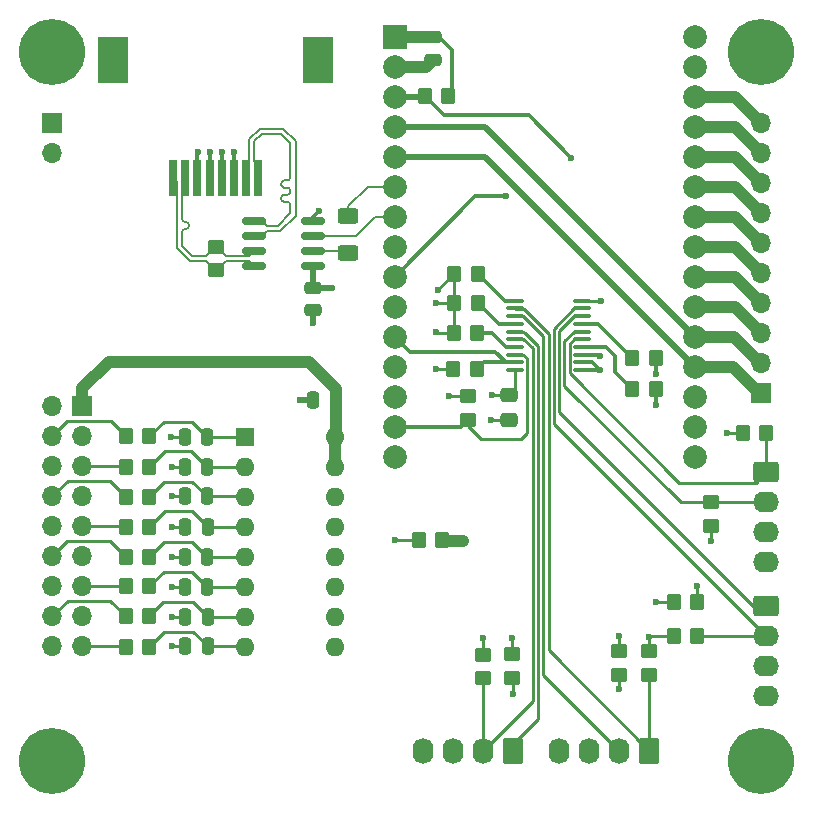
<source format=gbr>
%TF.GenerationSoftware,KiCad,Pcbnew,8.0.0-8.0.0-1~ubuntu20.04.1*%
%TF.CreationDate,2024-06-18T17:36:17-06:00*%
%TF.ProjectId,BioReactify,42696f52-6561-4637-9469-66792e6b6963,rev?*%
%TF.SameCoordinates,Original*%
%TF.FileFunction,Copper,L1,Top*%
%TF.FilePolarity,Positive*%
%FSLAX46Y46*%
G04 Gerber Fmt 4.6, Leading zero omitted, Abs format (unit mm)*
G04 Created by KiCad (PCBNEW 8.0.0-8.0.0-1~ubuntu20.04.1) date 2024-06-18 17:36:17*
%MOMM*%
%LPD*%
G01*
G04 APERTURE LIST*
G04 Aperture macros list*
%AMRoundRect*
0 Rectangle with rounded corners*
0 $1 Rounding radius*
0 $2 $3 $4 $5 $6 $7 $8 $9 X,Y pos of 4 corners*
0 Add a 4 corners polygon primitive as box body*
4,1,4,$2,$3,$4,$5,$6,$7,$8,$9,$2,$3,0*
0 Add four circle primitives for the rounded corners*
1,1,$1+$1,$2,$3*
1,1,$1+$1,$4,$5*
1,1,$1+$1,$6,$7*
1,1,$1+$1,$8,$9*
0 Add four rect primitives between the rounded corners*
20,1,$1+$1,$2,$3,$4,$5,0*
20,1,$1+$1,$4,$5,$6,$7,0*
20,1,$1+$1,$6,$7,$8,$9,0*
20,1,$1+$1,$8,$9,$2,$3,0*%
G04 Aperture macros list end*
%TA.AperFunction,SMDPad,CuDef*%
%ADD10R,0.650000X3.050000*%
%TD*%
%TA.AperFunction,SMDPad,CuDef*%
%ADD11R,2.500000X3.890000*%
%TD*%
%TA.AperFunction,SMDPad,CuDef*%
%ADD12RoundRect,0.250000X0.250000X0.475000X-0.250000X0.475000X-0.250000X-0.475000X0.250000X-0.475000X0*%
%TD*%
%TA.AperFunction,SMDPad,CuDef*%
%ADD13RoundRect,0.250000X-0.350000X-0.450000X0.350000X-0.450000X0.350000X0.450000X-0.350000X0.450000X0*%
%TD*%
%TA.AperFunction,SMDPad,CuDef*%
%ADD14RoundRect,0.250000X0.350000X0.450000X-0.350000X0.450000X-0.350000X-0.450000X0.350000X-0.450000X0*%
%TD*%
%TA.AperFunction,SMDPad,CuDef*%
%ADD15RoundRect,0.250000X0.450000X-0.350000X0.450000X0.350000X-0.450000X0.350000X-0.450000X-0.350000X0*%
%TD*%
%TA.AperFunction,SMDPad,CuDef*%
%ADD16RoundRect,0.250000X-0.450000X0.350000X-0.450000X-0.350000X0.450000X-0.350000X0.450000X0.350000X0*%
%TD*%
%TA.AperFunction,SMDPad,CuDef*%
%ADD17RoundRect,0.250000X-0.475000X0.337500X-0.475000X-0.337500X0.475000X-0.337500X0.475000X0.337500X0*%
%TD*%
%TA.AperFunction,SMDPad,CuDef*%
%ADD18RoundRect,0.250000X-0.475000X0.250000X-0.475000X-0.250000X0.475000X-0.250000X0.475000X0.250000X0*%
%TD*%
%TA.AperFunction,ComponentPad*%
%ADD19RoundRect,0.250000X-0.845000X0.620000X-0.845000X-0.620000X0.845000X-0.620000X0.845000X0.620000X0*%
%TD*%
%TA.AperFunction,ComponentPad*%
%ADD20O,2.190000X1.740000*%
%TD*%
%TA.AperFunction,ComponentPad*%
%ADD21R,2.000000X2.000000*%
%TD*%
%TA.AperFunction,ComponentPad*%
%ADD22C,2.000000*%
%TD*%
%TA.AperFunction,SMDPad,CuDef*%
%ADD23RoundRect,0.150000X0.825000X0.150000X-0.825000X0.150000X-0.825000X-0.150000X0.825000X-0.150000X0*%
%TD*%
%TA.AperFunction,ComponentPad*%
%ADD24RoundRect,0.250000X0.620000X0.845000X-0.620000X0.845000X-0.620000X-0.845000X0.620000X-0.845000X0*%
%TD*%
%TA.AperFunction,ComponentPad*%
%ADD25O,1.740000X2.190000*%
%TD*%
%TA.AperFunction,ComponentPad*%
%ADD26C,3.600000*%
%TD*%
%TA.AperFunction,ConnectorPad*%
%ADD27C,5.600000*%
%TD*%
%TA.AperFunction,SMDPad,CuDef*%
%ADD28RoundRect,0.100000X0.637500X0.100000X-0.637500X0.100000X-0.637500X-0.100000X0.637500X-0.100000X0*%
%TD*%
%TA.AperFunction,ComponentPad*%
%ADD29R,1.600000X1.600000*%
%TD*%
%TA.AperFunction,ComponentPad*%
%ADD30O,1.600000X1.600000*%
%TD*%
%TA.AperFunction,SMDPad,CuDef*%
%ADD31RoundRect,0.250000X-0.625000X0.400000X-0.625000X-0.400000X0.625000X-0.400000X0.625000X0.400000X0*%
%TD*%
%TA.AperFunction,ComponentPad*%
%ADD32R,1.700000X1.700000*%
%TD*%
%TA.AperFunction,ComponentPad*%
%ADD33O,1.700000X1.700000*%
%TD*%
%TA.AperFunction,ViaPad*%
%ADD34C,0.600000*%
%TD*%
%TA.AperFunction,Conductor*%
%ADD35C,0.250000*%
%TD*%
%TA.AperFunction,Conductor*%
%ADD36C,0.300000*%
%TD*%
%TA.AperFunction,Conductor*%
%ADD37C,0.500000*%
%TD*%
%TA.AperFunction,Conductor*%
%ADD38C,1.000000*%
%TD*%
%TA.AperFunction,Conductor*%
%ADD39C,0.160000*%
%TD*%
%TA.AperFunction,Conductor*%
%ADD40C,0.200000*%
%TD*%
G04 APERTURE END LIST*
D10*
%TO.P,IC1,1,1*%
%TO.N,/RS485/RX_P*%
X155239900Y-35690950D03*
%TO.P,IC1,2,2*%
%TO.N,/RS485/RX_N*%
X156260000Y-35690950D03*
%TO.P,IC1,3,3*%
%TO.N,GND*%
X157279800Y-35690950D03*
%TO.P,IC1,4,4*%
X158299800Y-35690950D03*
%TO.P,IC1,5,5*%
X159319900Y-35690950D03*
%TO.P,IC1,6,6*%
X160340000Y-35690950D03*
%TO.P,IC1,7,7*%
%TO.N,/RS485/TX_N*%
X161359800Y-35690950D03*
%TO.P,IC1,8,8*%
%TO.N,/RS485/TX_P*%
X162379800Y-35690950D03*
D11*
%TO.P,IC1,9*%
%TO.N,N/C*%
X167470000Y-25710950D03*
%TO.P,IC1,10*%
X150150000Y-25710950D03*
%TD*%
D12*
%TO.P,C10,1*%
%TO.N,/ADC/CH7*%
X158140000Y-75335000D03*
%TO.P,C10,2*%
%TO.N,GND*%
X156240000Y-75335000D03*
%TD*%
D13*
%TO.P,R3,1*%
%TO.N,VDD*%
X178980000Y-48760000D03*
%TO.P,R3,2*%
%TO.N,Net-(U2-~{INT})*%
X180980000Y-48760000D03*
%TD*%
%TO.P,R4,1*%
%TO.N,VDD*%
X203440000Y-57280000D03*
%TO.P,R4,2*%
%TO.N,/I2C/SD0*%
X205440000Y-57280000D03*
%TD*%
D14*
%TO.P,R26,1*%
%TO.N,VDD*%
X178000000Y-66360000D03*
%TO.P,R26,2*%
%TO.N,/CS*%
X176000000Y-66360000D03*
%TD*%
%TO.P,R6,1*%
%TO.N,VDD*%
X196110000Y-53580000D03*
%TO.P,R6,2*%
%TO.N,/I2C/INT0*%
X194110000Y-53580000D03*
%TD*%
%TO.P,R22,1*%
%TO.N,/ADC/CH4*%
X153200000Y-67725000D03*
%TO.P,R22,2*%
%TO.N,/ADC/INCH4*%
X151200000Y-67725000D03*
%TD*%
D12*
%TO.P,C8,1*%
%TO.N,/ADC/CH5*%
X158090000Y-70285000D03*
%TO.P,C8,2*%
%TO.N,GND*%
X156190000Y-70285000D03*
%TD*%
%TO.P,C7,1*%
%TO.N,/ADC/CH4*%
X158090000Y-67780000D03*
%TO.P,C7,2*%
%TO.N,GND*%
X156190000Y-67780000D03*
%TD*%
D14*
%TO.P,R25,1*%
%TO.N,/ADC/CH7*%
X153200000Y-75375000D03*
%TO.P,R25,2*%
%TO.N,/ADC/INCH7*%
X151200000Y-75375000D03*
%TD*%
D15*
%TO.P,R5,1*%
%TO.N,VDD*%
X200760000Y-65120000D03*
%TO.P,R5,2*%
%TO.N,/I2C/SC0*%
X200760000Y-63120000D03*
%TD*%
D13*
%TO.P,R15,1*%
%TO.N,VDD*%
X179010000Y-46240000D03*
%TO.P,R15,2*%
%TO.N,/I2C/INT3*%
X181010000Y-46240000D03*
%TD*%
D14*
%TO.P,R18,1*%
%TO.N,/ADC/CH0*%
X153200000Y-57525000D03*
%TO.P,R18,2*%
%TO.N,/ADC/INCH0*%
X151200000Y-57525000D03*
%TD*%
D16*
%TO.P,R13,1*%
%TO.N,VDD*%
X183950000Y-76010000D03*
%TO.P,R13,2*%
%TO.N,/I2C/SD3*%
X183950000Y-78010000D03*
%TD*%
%TO.P,R2,1*%
%TO.N,VDD*%
X180150000Y-54160000D03*
%TO.P,R2,2*%
%TO.N,/SCL*%
X180150000Y-56160000D03*
%TD*%
%TO.P,R10,1*%
%TO.N,VDD*%
X195520000Y-75730000D03*
%TO.P,R10,2*%
%TO.N,/I2C/SD2*%
X195520000Y-77730000D03*
%TD*%
D14*
%TO.P,R27,1*%
%TO.N,VDD*%
X178510000Y-28770000D03*
%TO.P,R27,2*%
%TO.N,/CS1*%
X176510000Y-28770000D03*
%TD*%
D17*
%TO.P,C1,1*%
%TO.N,VDD*%
X183620000Y-54085000D03*
%TO.P,C1,2*%
%TO.N,GND*%
X183620000Y-56160000D03*
%TD*%
D15*
%TO.P,R17,1*%
%TO.N,/RS485/RX_P*%
X158850000Y-43500000D03*
%TO.P,R17,2*%
%TO.N,/RS485/RX_N*%
X158850000Y-41500000D03*
%TD*%
D18*
%TO.P,C11,1*%
%TO.N,VDD*%
X167040000Y-44950000D03*
%TO.P,C11,2*%
%TO.N,GND*%
X167040000Y-46850000D03*
%TD*%
D19*
%TO.P,I2C0,1,Pin_1*%
%TO.N,/I2C/SD0*%
X205450000Y-60580000D03*
D20*
%TO.P,I2C0,2,Pin_2*%
%TO.N,/I2C/SC0*%
X205450000Y-63120000D03*
%TO.P,I2C0,3,Pin_3*%
%TO.N,GND*%
X205450000Y-65660000D03*
%TO.P,I2C0,4,Pin_4*%
%TO.N,VDD*%
X205450000Y-68200000D03*
%TD*%
D12*
%TO.P,C4,1*%
%TO.N,/ADC/CH1*%
X158090000Y-60135000D03*
%TO.P,C4,2*%
%TO.N,GND*%
X156190000Y-60135000D03*
%TD*%
D21*
%TO.P,U1,1,3V3*%
%TO.N,VDD*%
X174007500Y-23714250D03*
D22*
%TO.P,U1,2,GND*%
%TO.N,GND*%
X174007500Y-26254250D03*
%TO.P,U1,3,D15*%
%TO.N,/CS1*%
X174007500Y-28794250D03*
%TO.P,U1,4,D2*%
%TO.N,/D2*%
X174007500Y-31334250D03*
%TO.P,U1,5,D4*%
%TO.N,/D4*%
X174007500Y-33874250D03*
%TO.P,U1,6,RX2*%
%TO.N,/RS485/RX2*%
X174007500Y-36414250D03*
%TO.P,U1,7,TX2*%
%TO.N,/RS485/TX2*%
X174007500Y-38954250D03*
%TO.P,U1,8,D5*%
%TO.N,/SCLK*%
X174007500Y-41494250D03*
%TO.P,U1,9,D18*%
%TO.N,/MISO*%
X174007500Y-44034250D03*
%TO.P,U1,10,D19*%
%TO.N,/MOSI*%
X174007500Y-46574250D03*
%TO.P,U1,11,D21*%
%TO.N,/SDA*%
X174007500Y-49114250D03*
%TO.P,U1,12,RX0*%
%TO.N,unconnected-(U1-RX0-Pad12)*%
X174007500Y-51654250D03*
%TO.P,U1,13,TX0*%
%TO.N,unconnected-(U1-TX0-Pad13)*%
X174007500Y-54194250D03*
%TO.P,U1,14,D22*%
%TO.N,/SCL*%
X174007500Y-56734250D03*
%TO.P,U1,15,D23*%
%TO.N,/CS*%
X174007500Y-59274250D03*
%TO.P,U1,16,EN*%
%TO.N,unconnected-(U1-EN-Pad16)*%
X199407500Y-59274250D03*
%TO.P,U1,17,VP*%
%TO.N,unconnected-(U1-VP-Pad17)*%
X199407500Y-56734250D03*
%TO.P,U1,18,VN*%
%TO.N,unconnected-(U1-VN-Pad18)*%
X199407500Y-54194250D03*
%TO.P,U1,19,D34*%
%TO.N,/D4*%
X199407500Y-51654250D03*
%TO.P,U1,20,D35*%
%TO.N,/D2*%
X199407500Y-49114250D03*
%TO.P,U1,21,D32*%
%TO.N,Net-(J2-Pin_3)*%
X199407500Y-46574250D03*
%TO.P,U1,22,D33*%
%TO.N,Net-(J2-Pin_4)*%
X199407500Y-44034250D03*
%TO.P,U1,23,D25*%
%TO.N,/DAC1*%
X199407500Y-41494250D03*
%TO.P,U1,24,D26*%
%TO.N,/DAC2*%
X199407500Y-38954250D03*
%TO.P,U1,25,D27*%
%TO.N,Net-(J2-Pin_7)*%
X199407500Y-36414250D03*
%TO.P,U1,26,D14*%
%TO.N,Net-(J2-Pin_8)*%
X199407500Y-33874250D03*
%TO.P,U1,27,D12*%
%TO.N,Net-(J2-Pin_9)*%
X199407500Y-31334250D03*
%TO.P,U1,28,D13*%
%TO.N,Net-(J2-Pin_10)*%
X199407500Y-28794250D03*
%TO.P,U1,29,GND*%
%TO.N,GND*%
X199407500Y-26254250D03*
%TO.P,U1,30,VIN*%
%TO.N,unconnected-(U1-VIN-Pad30)*%
X199407500Y-23714250D03*
%TD*%
D13*
%TO.P,R8,1*%
%TO.N,VDD*%
X197590000Y-74480000D03*
%TO.P,R8,2*%
%TO.N,/I2C/SC1*%
X199590000Y-74480000D03*
%TD*%
D18*
%TO.P,C12,1*%
%TO.N,VDD*%
X177200000Y-23750000D03*
%TO.P,C12,2*%
%TO.N,GND*%
X177200000Y-25650000D03*
%TD*%
D12*
%TO.P,C3,1*%
%TO.N,/ADC/CH0*%
X158090000Y-57585000D03*
%TO.P,C3,2*%
%TO.N,GND*%
X156190000Y-57585000D03*
%TD*%
D13*
%TO.P,R7,1*%
%TO.N,VDD*%
X197590000Y-71600000D03*
%TO.P,R7,2*%
%TO.N,/I2C/SD1*%
X199590000Y-71600000D03*
%TD*%
D14*
%TO.P,R23,1*%
%TO.N,/ADC/CH5*%
X153200000Y-70225000D03*
%TO.P,R23,2*%
%TO.N,/ADC/INCH5*%
X151200000Y-70225000D03*
%TD*%
D13*
%TO.P,R1,1*%
%TO.N,VDD*%
X178950000Y-51840000D03*
%TO.P,R1,2*%
%TO.N,/SDA*%
X180950000Y-51840000D03*
%TD*%
D23*
%TO.P,U3,1,VCC*%
%TO.N,VDD*%
X167025000Y-43105000D03*
%TO.P,U3,2,RO*%
%TO.N,/RS485/R0*%
X167025000Y-41835000D03*
%TO.P,U3,3,DI*%
%TO.N,/RS485/TX2*%
X167025000Y-40565000D03*
%TO.P,U3,4,GND*%
%TO.N,GND*%
X167025000Y-39295000D03*
%TO.P,U3,5,Y*%
%TO.N,/RS485/TX_P*%
X162075000Y-39295000D03*
%TO.P,U3,6,Z*%
%TO.N,/RS485/TX_N*%
X162075000Y-40565000D03*
%TO.P,U3,7,B*%
%TO.N,/RS485/RX_N*%
X162075000Y-41835000D03*
%TO.P,U3,8,A*%
%TO.N,/RS485/RX_P*%
X162075000Y-43105000D03*
%TD*%
D14*
%TO.P,R24,1*%
%TO.N,/ADC/CH6*%
X153200000Y-72775000D03*
%TO.P,R24,2*%
%TO.N,/ADC/INCH6*%
X151200000Y-72775000D03*
%TD*%
D24*
%TO.P,I2C2,1,Pin_1*%
%TO.N,/I2C/SD2*%
X195480000Y-84150000D03*
D25*
%TO.P,I2C2,2,Pin_2*%
%TO.N,/I2C/SC2*%
X192940000Y-84150000D03*
%TO.P,I2C2,3,Pin_3*%
%TO.N,GND*%
X190400000Y-84150000D03*
%TO.P,I2C2,4,Pin_4*%
%TO.N,VDD*%
X187860000Y-84150000D03*
%TD*%
D12*
%TO.P,C2,1*%
%TO.N,+3.3VADC*%
X169000000Y-54500000D03*
%TO.P,C2,2*%
%TO.N,GND*%
X167100000Y-54500000D03*
%TD*%
D26*
%TO.P,H3,1,1*%
%TO.N,GND*%
X145000000Y-25000000D03*
D27*
X145000000Y-25000000D03*
%TD*%
D12*
%TO.P,C5,1*%
%TO.N,/ADC/CH2*%
X158090000Y-62635000D03*
%TO.P,C5,2*%
%TO.N,GND*%
X156190000Y-62635000D03*
%TD*%
D26*
%TO.P,H4,1,1*%
%TO.N,GND*%
X145000000Y-85000000D03*
D27*
X145000000Y-85000000D03*
%TD*%
D28*
%TO.P,U2,1,A0*%
%TO.N,GND*%
X189862500Y-51925000D03*
%TO.P,U2,2,A1*%
X189862500Y-51275000D03*
%TO.P,U2,3,A2*%
X189862500Y-50625000D03*
%TO.P,U2,4,~{INT0}*%
%TO.N,/I2C/INT0*%
X189862500Y-49975000D03*
%TO.P,U2,5,SD0*%
%TO.N,/I2C/SD0*%
X189862500Y-49325000D03*
%TO.P,U2,6,SC0*%
%TO.N,/I2C/SC0*%
X189862500Y-48675000D03*
%TO.P,U2,7,~{INT1}*%
%TO.N,/I2C/INT1*%
X189862500Y-48025000D03*
%TO.P,U2,8,SD1*%
%TO.N,/I2C/SD1*%
X189862500Y-47375000D03*
%TO.P,U2,9,SC1*%
%TO.N,/I2C/SC1*%
X189862500Y-46725000D03*
%TO.P,U2,10,GND*%
%TO.N,GND*%
X189862500Y-46075000D03*
%TO.P,U2,11,~{INT2}*%
%TO.N,/I2C/INT2*%
X184137500Y-46075000D03*
%TO.P,U2,12,SD2*%
%TO.N,/I2C/SD2*%
X184137500Y-46725000D03*
%TO.P,U2,13,SC2*%
%TO.N,/I2C/SC2*%
X184137500Y-47375000D03*
%TO.P,U2,14,~{INT3}*%
%TO.N,/I2C/INT3*%
X184137500Y-48025000D03*
%TO.P,U2,15,SD3*%
%TO.N,/I2C/SD3*%
X184137500Y-48675000D03*
%TO.P,U2,16,SC3*%
%TO.N,/I2C/SC3*%
X184137500Y-49325000D03*
%TO.P,U2,17,~{INT}*%
%TO.N,Net-(U2-~{INT})*%
X184137500Y-49975000D03*
%TO.P,U2,18,SCL*%
%TO.N,/SCL*%
X184137500Y-50625000D03*
%TO.P,U2,19,SDA*%
%TO.N,/SDA*%
X184137500Y-51275000D03*
%TO.P,U2,20,VCC*%
%TO.N,VDD*%
X184137500Y-51925000D03*
%TD*%
D16*
%TO.P,R14,1*%
%TO.N,VDD*%
X181440000Y-76030000D03*
%TO.P,R14,2*%
%TO.N,/I2C/SC3*%
X181440000Y-78030000D03*
%TD*%
D14*
%TO.P,R19,1*%
%TO.N,/ADC/CH1*%
X153200000Y-60125000D03*
%TO.P,R19,2*%
%TO.N,/ADC/INCH1*%
X151200000Y-60125000D03*
%TD*%
D16*
%TO.P,R11,1*%
%TO.N,VDD*%
X192970000Y-75750000D03*
%TO.P,R11,2*%
%TO.N,/I2C/SC2*%
X192970000Y-77750000D03*
%TD*%
D29*
%TO.P,U4,1,CH0*%
%TO.N,/ADC/CH0*%
X161300000Y-57600000D03*
D30*
%TO.P,U4,2,CH1*%
%TO.N,/ADC/CH1*%
X161300000Y-60140000D03*
%TO.P,U4,3,CH2*%
%TO.N,/ADC/CH2*%
X161300000Y-62680000D03*
%TO.P,U4,4,CH3*%
%TO.N,/ADC/CH3*%
X161300000Y-65220000D03*
%TO.P,U4,5,CH4*%
%TO.N,/ADC/CH4*%
X161300000Y-67760000D03*
%TO.P,U4,6,CH5*%
%TO.N,/ADC/CH5*%
X161300000Y-70300000D03*
%TO.P,U4,7,CH6*%
%TO.N,/ADC/CH6*%
X161300000Y-72840000D03*
%TO.P,U4,8,CH7*%
%TO.N,/ADC/CH7*%
X161300000Y-75380000D03*
%TO.P,U4,9,DGND*%
%TO.N,GND*%
X168920000Y-75380000D03*
%TO.P,U4,10,~{CS}/SHDN*%
%TO.N,/CS*%
X168920000Y-72840000D03*
%TO.P,U4,11,Din*%
%TO.N,/MOSI*%
X168920000Y-70300000D03*
%TO.P,U4,12,Dout*%
%TO.N,/MISO*%
X168920000Y-67760000D03*
%TO.P,U4,13,CLK*%
%TO.N,/SCLK*%
X168920000Y-65220000D03*
%TO.P,U4,14,AGND*%
%TO.N,GND*%
X168920000Y-62680000D03*
%TO.P,U4,15,Vref*%
%TO.N,+3.3VADC*%
X168920000Y-60140000D03*
%TO.P,U4,16,Vdd*%
X168920000Y-57600000D03*
%TD*%
D14*
%TO.P,R9,1*%
%TO.N,VDD*%
X196110000Y-50940000D03*
%TO.P,R9,2*%
%TO.N,/I2C/INT1*%
X194110000Y-50940000D03*
%TD*%
D26*
%TO.P,H2,1,1*%
%TO.N,GND*%
X205000000Y-85000000D03*
D27*
X205000000Y-85000000D03*
%TD*%
D26*
%TO.P,H1,1,1*%
%TO.N,GND*%
X205000000Y-25000000D03*
D27*
X205000000Y-25000000D03*
%TD*%
D13*
%TO.P,R12,1*%
%TO.N,VDD*%
X179030000Y-43830000D03*
%TO.P,R12,2*%
%TO.N,/I2C/INT2*%
X181030000Y-43830000D03*
%TD*%
D14*
%TO.P,R20,1*%
%TO.N,/ADC/CH2*%
X153200000Y-62675000D03*
%TO.P,R20,2*%
%TO.N,/ADC/INCH2*%
X151200000Y-62675000D03*
%TD*%
D31*
%TO.P,R16,1*%
%TO.N,/RS485/RX2*%
X170012500Y-38900000D03*
%TO.P,R16,2*%
%TO.N,/RS485/R0*%
X170012500Y-42000000D03*
%TD*%
D19*
%TO.P,I2C1,1,Pin_1*%
%TO.N,/I2C/SD1*%
X205430000Y-71930000D03*
D20*
%TO.P,I2C1,2,Pin_2*%
%TO.N,/I2C/SC1*%
X205430000Y-74470000D03*
%TO.P,I2C1,3,Pin_3*%
%TO.N,GND*%
X205430000Y-77010000D03*
%TO.P,I2C1,4,Pin_4*%
%TO.N,VDD*%
X205430000Y-79550000D03*
%TD*%
D12*
%TO.P,C6,1*%
%TO.N,/ADC/CH3*%
X158150000Y-65230000D03*
%TO.P,C6,2*%
%TO.N,GND*%
X156250000Y-65230000D03*
%TD*%
D24*
%TO.P,I2C3,1,Pin_1*%
%TO.N,/I2C/SD3*%
X183970000Y-84220000D03*
D25*
%TO.P,I2C3,2,Pin_2*%
%TO.N,/I2C/SC3*%
X181430000Y-84220000D03*
%TO.P,I2C3,3,Pin_3*%
%TO.N,GND*%
X178890000Y-84220000D03*
%TO.P,I2C3,4,Pin_4*%
%TO.N,VDD*%
X176350000Y-84220000D03*
%TD*%
D12*
%TO.P,C9,1*%
%TO.N,/ADC/CH6*%
X158140000Y-72835000D03*
%TO.P,C9,2*%
%TO.N,GND*%
X156240000Y-72835000D03*
%TD*%
D14*
%TO.P,R21,1*%
%TO.N,/ADC/CH3*%
X153200000Y-65225000D03*
%TO.P,R21,2*%
%TO.N,/ADC/INCH3*%
X151200000Y-65225000D03*
%TD*%
D32*
%TO.P,J4,1,Pin_1*%
%TO.N,VDD*%
X145000000Y-31000000D03*
D33*
%TO.P,J4,2,Pin_2*%
%TO.N,GND*%
X145000000Y-33540000D03*
%TD*%
D32*
%TO.P,J1,1,Pin_1*%
%TO.N,+3.3VADC*%
X147540000Y-55000000D03*
D33*
%TO.P,J1,2,Pin_2*%
%TO.N,GND*%
X145000000Y-55000000D03*
%TO.P,J1,3,Pin_3*%
X147540000Y-57540000D03*
%TO.P,J1,4,Pin_4*%
%TO.N,/ADC/INCH0*%
X145000000Y-57540000D03*
%TO.P,J1,5,Pin_5*%
%TO.N,/ADC/INCH1*%
X147540000Y-60080000D03*
%TO.P,J1,6,Pin_6*%
%TO.N,GND*%
X145000000Y-60080000D03*
%TO.P,J1,7,Pin_7*%
X147540000Y-62620000D03*
%TO.P,J1,8,Pin_8*%
%TO.N,/ADC/INCH2*%
X145000000Y-62620000D03*
%TO.P,J1,9,Pin_9*%
%TO.N,/ADC/INCH3*%
X147540000Y-65160000D03*
%TO.P,J1,10,Pin_10*%
%TO.N,GND*%
X145000000Y-65160000D03*
%TO.P,J1,11,Pin_11*%
X147540000Y-67700000D03*
%TO.P,J1,12,Pin_12*%
%TO.N,/ADC/INCH4*%
X145000000Y-67700000D03*
%TO.P,J1,13,Pin_13*%
%TO.N,/ADC/INCH5*%
X147540000Y-70240000D03*
%TO.P,J1,14,Pin_14*%
%TO.N,GND*%
X145000000Y-70240000D03*
%TO.P,J1,15,Pin_15*%
X147540000Y-72780000D03*
%TO.P,J1,16,Pin_16*%
%TO.N,/ADC/INCH6*%
X145000000Y-72780000D03*
%TO.P,J1,17,Pin_17*%
%TO.N,/ADC/INCH7*%
X147540000Y-75320000D03*
%TO.P,J1,18,Pin_18*%
%TO.N,GND*%
X145000000Y-75320000D03*
%TD*%
D32*
%TO.P,J2,1,Pin_1*%
%TO.N,/D4*%
X205000000Y-53860000D03*
D33*
%TO.P,J2,2,Pin_2*%
%TO.N,/D2*%
X205000000Y-51320000D03*
%TO.P,J2,3,Pin_3*%
%TO.N,Net-(J2-Pin_3)*%
X205000000Y-48780000D03*
%TO.P,J2,4,Pin_4*%
%TO.N,Net-(J2-Pin_4)*%
X205000000Y-46240000D03*
%TO.P,J2,5,Pin_5*%
%TO.N,/DAC1*%
X205000000Y-43700000D03*
%TO.P,J2,6,Pin_6*%
%TO.N,/DAC2*%
X205000000Y-41160000D03*
%TO.P,J2,7,Pin_7*%
%TO.N,Net-(J2-Pin_7)*%
X205000000Y-38620000D03*
%TO.P,J2,8,Pin_8*%
%TO.N,Net-(J2-Pin_8)*%
X205000000Y-36080000D03*
%TO.P,J2,9,Pin_9*%
%TO.N,Net-(J2-Pin_9)*%
X205000000Y-33540000D03*
%TO.P,J2,10,Pin_10*%
%TO.N,Net-(J2-Pin_10)*%
X205000000Y-31000000D03*
%TD*%
D34*
%TO.N,GND*%
X165950000Y-54500000D03*
X155100000Y-72840000D03*
X155110000Y-65240000D03*
X191360000Y-50770000D03*
X157290000Y-33450000D03*
X167570000Y-38470000D03*
X155090000Y-75340000D03*
X167050000Y-47940000D03*
X160330000Y-33460000D03*
X155120000Y-62640000D03*
X182090000Y-56130000D03*
X155120000Y-60150000D03*
X159330000Y-33460000D03*
X155100000Y-70290000D03*
X191430000Y-46070000D03*
X191370000Y-51925000D03*
X155010000Y-57600000D03*
X158320000Y-33440000D03*
X155100000Y-67790000D03*
%TO.N,VDD*%
X196140000Y-54920000D03*
X178560000Y-54140000D03*
X179770000Y-66370000D03*
X177480000Y-51840000D03*
X181450000Y-74590000D03*
X177630000Y-45140000D03*
X168690000Y-44960000D03*
X182190000Y-54090000D03*
X202090000Y-57280000D03*
X192960000Y-74460000D03*
X195520000Y-74500000D03*
X196140000Y-52250000D03*
X177470000Y-46280000D03*
X183950000Y-74590000D03*
X177470000Y-48710000D03*
X196140000Y-71590000D03*
X200760000Y-66400000D03*
%TO.N,/I2C/SD1*%
X199600000Y-70250000D03*
%TO.N,/I2C/SC2*%
X192990000Y-78960000D03*
%TO.N,/I2C/SD3*%
X183960000Y-79360000D03*
%TO.N,/MISO*%
X183410000Y-37240000D03*
%TO.N,/CS*%
X174007500Y-66360000D03*
%TO.N,/CS1*%
X188930000Y-34000000D03*
%TD*%
D35*
%TO.N,/I2C/SC0*%
X188350000Y-49496188D02*
X188350000Y-53250000D01*
X198220000Y-63120000D02*
X205450000Y-63120000D01*
X189171188Y-48675000D02*
X188350000Y-49496188D01*
X188350000Y-53250000D02*
X198220000Y-63120000D01*
X189862500Y-48675000D02*
X189171188Y-48675000D01*
%TO.N,/I2C/SD0*%
X189862500Y-49325000D02*
X189171188Y-49325000D01*
X204570000Y-61460000D02*
X205450000Y-60580000D01*
X188800000Y-49696188D02*
X188800000Y-52203812D01*
X205450000Y-60580000D02*
X205450000Y-57290000D01*
X188800000Y-52203812D02*
X198056188Y-61460000D01*
X198056188Y-61460000D02*
X204570000Y-61460000D01*
X189171188Y-49325000D02*
X188800000Y-49696188D01*
X205450000Y-57290000D02*
X205440000Y-57280000D01*
D36*
%TO.N,GND*%
X190720000Y-51275000D02*
X189862500Y-51275000D01*
D35*
X156240000Y-72835000D02*
X155105000Y-72835000D01*
D36*
X160340000Y-33470000D02*
X160330000Y-33460000D01*
D35*
X156190000Y-70285000D02*
X155105000Y-70285000D01*
X155110000Y-67780000D02*
X155100000Y-67790000D01*
D36*
X159319900Y-33470100D02*
X159330000Y-33460000D01*
X191370000Y-51925000D02*
X189862500Y-51925000D01*
X158299800Y-33460200D02*
X158320000Y-33440000D01*
X159319900Y-35690950D02*
X159319900Y-33470100D01*
D37*
X167100000Y-54500000D02*
X165950000Y-54500000D01*
D35*
X156240000Y-75335000D02*
X155095000Y-75335000D01*
X156190000Y-62635000D02*
X155125000Y-62635000D01*
X189862500Y-46075000D02*
X191425000Y-46075000D01*
D36*
X191215000Y-50625000D02*
X189862500Y-50625000D01*
D35*
X155105000Y-70285000D02*
X155100000Y-70290000D01*
D36*
X167025000Y-39295000D02*
X167025000Y-39015000D01*
D35*
X183620000Y-56160000D02*
X182120000Y-56160000D01*
X155125000Y-62635000D02*
X155120000Y-62640000D01*
D38*
X176595750Y-26254250D02*
X177200000Y-25650000D01*
D35*
X156190000Y-60135000D02*
X155135000Y-60135000D01*
X191425000Y-46075000D02*
X191430000Y-46070000D01*
D36*
X191370000Y-51925000D02*
X190720000Y-51275000D01*
X160340000Y-35690950D02*
X160340000Y-33470000D01*
D35*
X155120000Y-65230000D02*
X155110000Y-65240000D01*
D36*
X167025000Y-39015000D02*
X167570000Y-38470000D01*
D35*
X182120000Y-56160000D02*
X182090000Y-56130000D01*
X155135000Y-60135000D02*
X155120000Y-60150000D01*
D36*
X157279800Y-33460200D02*
X157290000Y-33450000D01*
D35*
X155095000Y-75335000D02*
X155090000Y-75340000D01*
D36*
X191360000Y-50770000D02*
X191215000Y-50625000D01*
D35*
X156250000Y-65230000D02*
X155120000Y-65230000D01*
X155025000Y-57585000D02*
X156190000Y-57585000D01*
X156190000Y-67780000D02*
X155110000Y-67780000D01*
D37*
X167040000Y-47930000D02*
X167050000Y-47940000D01*
D35*
X155010000Y-57600000D02*
X155025000Y-57585000D01*
D38*
X174007500Y-26254250D02*
X176595750Y-26254250D01*
D35*
X155105000Y-72835000D02*
X155100000Y-72840000D01*
D36*
X158299800Y-35690950D02*
X158299800Y-33460200D01*
D37*
X167040000Y-46850000D02*
X167040000Y-47930000D01*
D36*
X157279800Y-35690950D02*
X157279800Y-33460200D01*
D35*
%TO.N,VDD*%
X181440000Y-76030000D02*
X181440000Y-74600000D01*
D36*
X196110000Y-52220000D02*
X196140000Y-52250000D01*
D35*
X183950000Y-76010000D02*
X183950000Y-74590000D01*
X179030000Y-46220000D02*
X179010000Y-46240000D01*
X197590000Y-71600000D02*
X196150000Y-71600000D01*
X197590000Y-74480000D02*
X195540000Y-74480000D01*
X192970000Y-74470000D02*
X192960000Y-74460000D01*
X192970000Y-75750000D02*
X192970000Y-74470000D01*
D36*
X177730000Y-23750000D02*
X177200000Y-23750000D01*
D35*
X184137500Y-51925000D02*
X184137500Y-53567500D01*
X200760000Y-65120000D02*
X200760000Y-66400000D01*
X196150000Y-71600000D02*
X196140000Y-71590000D01*
X177630000Y-45140000D02*
X178940000Y-43830000D01*
X178950000Y-51840000D02*
X177480000Y-51840000D01*
D38*
X178010000Y-66370000D02*
X178000000Y-66360000D01*
D36*
X196110000Y-53580000D02*
X196110000Y-54890000D01*
D35*
X178980000Y-48760000D02*
X178980000Y-46270000D01*
D36*
X196110000Y-50940000D02*
X196110000Y-52220000D01*
D35*
X195520000Y-75730000D02*
X195520000Y-74500000D01*
X178980000Y-46270000D02*
X179010000Y-46240000D01*
X183620000Y-54085000D02*
X182195000Y-54085000D01*
X181440000Y-74600000D02*
X181450000Y-74590000D01*
X177520000Y-48760000D02*
X178980000Y-48760000D01*
D37*
X167040000Y-44950000D02*
X167040000Y-43120000D01*
D35*
X177510000Y-46240000D02*
X177470000Y-46280000D01*
X203440000Y-57280000D02*
X202090000Y-57280000D01*
X195540000Y-74480000D02*
X195520000Y-74500000D01*
X184137500Y-53567500D02*
X183620000Y-54085000D01*
D37*
X167040000Y-43120000D02*
X167025000Y-43105000D01*
D38*
X177164250Y-23714250D02*
X177200000Y-23750000D01*
D37*
X167040000Y-44950000D02*
X168680000Y-44950000D01*
D35*
X179010000Y-46240000D02*
X177510000Y-46240000D01*
D38*
X179770000Y-66370000D02*
X178010000Y-66370000D01*
D35*
X178580000Y-54160000D02*
X178560000Y-54140000D01*
D37*
X168680000Y-44950000D02*
X168690000Y-44960000D01*
D36*
X196110000Y-54890000D02*
X196140000Y-54920000D01*
X178810000Y-28470000D02*
X178810000Y-24830000D01*
D35*
X177470000Y-48710000D02*
X177520000Y-48760000D01*
X178940000Y-43830000D02*
X179030000Y-43830000D01*
X180150000Y-54160000D02*
X178580000Y-54160000D01*
X182195000Y-54085000D02*
X182190000Y-54090000D01*
D36*
X178510000Y-28770000D02*
X178810000Y-28470000D01*
D38*
X174007500Y-23714250D02*
X177164250Y-23714250D01*
D35*
X179030000Y-43830000D02*
X179030000Y-46220000D01*
D36*
X178810000Y-24830000D02*
X177730000Y-23750000D01*
D35*
%TO.N,/I2C/SC1*%
X187450000Y-48446188D02*
X187450000Y-56490000D01*
X189862500Y-46725000D02*
X189171188Y-46725000D01*
X189171188Y-46725000D02*
X187450000Y-48446188D01*
X199600000Y-74470000D02*
X199590000Y-74480000D01*
X204824985Y-74050000D02*
X205450000Y-74050000D01*
X205430000Y-74470000D02*
X199600000Y-74470000D01*
X205430000Y-74470000D02*
X187450000Y-56490000D01*
%TO.N,/I2C/SD1*%
X204335000Y-71930000D02*
X187900000Y-55495000D01*
X205430000Y-71930000D02*
X204335000Y-71930000D01*
X189171188Y-47375000D02*
X189862500Y-47375000D01*
X187900000Y-55495000D02*
X187900000Y-48646188D01*
X187900000Y-48646188D02*
X189171188Y-47375000D01*
X199600000Y-71590000D02*
X199590000Y-71600000D01*
X199600000Y-70250000D02*
X199600000Y-71590000D01*
%TO.N,/I2C/SD2*%
X187000000Y-48863605D02*
X187000000Y-75670000D01*
X195480000Y-84150000D02*
X195480000Y-77770000D01*
X184137500Y-46725000D02*
X184192400Y-46779900D01*
X184192400Y-46779900D02*
X184916295Y-46779900D01*
X187000000Y-75670000D02*
X195480000Y-84150000D01*
X195480000Y-77770000D02*
X195520000Y-77730000D01*
X184916295Y-46779900D02*
X187000000Y-48863605D01*
%TO.N,/I2C/SC2*%
X186550000Y-49050001D02*
X186550000Y-77760000D01*
X186550000Y-77760000D02*
X192940000Y-84150000D01*
X184874999Y-47375000D02*
X186550000Y-49050001D01*
X192990000Y-78960000D02*
X192990000Y-77770000D01*
X184137500Y-47375000D02*
X184874999Y-47375000D01*
X192990000Y-77770000D02*
X192970000Y-77750000D01*
%TO.N,/I2C/SC3*%
X181430000Y-78040000D02*
X181440000Y-78030000D01*
X181430000Y-84220000D02*
X181430000Y-78040000D01*
X184137500Y-49325000D02*
X184874999Y-49325000D01*
X184874999Y-49325000D02*
X185650000Y-50100001D01*
X185650000Y-80000000D02*
X181430000Y-84220000D01*
X185650000Y-50100001D02*
X185650000Y-80000000D01*
%TO.N,/I2C/SD3*%
X184874999Y-48675000D02*
X184999999Y-48800000D01*
X183970000Y-83594985D02*
X183970000Y-84220000D01*
X184999999Y-48800000D02*
X184986395Y-48800000D01*
X183960000Y-78020000D02*
X183950000Y-78010000D01*
X186100000Y-81464985D02*
X183970000Y-83594985D01*
X184986395Y-48800000D02*
X186100000Y-49913605D01*
X183960000Y-79360000D02*
X183960000Y-78020000D01*
X184137500Y-48675000D02*
X184874999Y-48675000D01*
X186100000Y-49913605D02*
X186100000Y-81464985D01*
D36*
%TO.N,Net-(U2-~{INT})*%
X183400001Y-49975000D02*
X182185001Y-48760000D01*
X184137500Y-49975000D02*
X183400001Y-49975000D01*
X182185001Y-48760000D02*
X180980000Y-48760000D01*
%TO.N,/I2C/INT0*%
X189862500Y-49975000D02*
X191865000Y-49975000D01*
X192620000Y-52090000D02*
X194110000Y-53580000D01*
X191865000Y-49975000D02*
X192620000Y-50730000D01*
X192620000Y-50730000D02*
X192620000Y-52090000D01*
%TO.N,/I2C/INT1*%
X191195000Y-48025000D02*
X189862500Y-48025000D01*
X194110000Y-50940000D02*
X191195000Y-48025000D01*
%TO.N,/I2C/INT2*%
X183275000Y-46075000D02*
X181030000Y-43830000D01*
X184137500Y-46075000D02*
X183275000Y-46075000D01*
%TO.N,/I2C/INT3*%
X182795000Y-48025000D02*
X181010000Y-46240000D01*
X184137500Y-48025000D02*
X182795000Y-48025000D01*
D39*
%TO.N,/RS485/R0*%
X167025000Y-41835000D02*
X169847500Y-41835000D01*
X169847500Y-41835000D02*
X170012500Y-42000000D01*
%TO.N,/RS485/RX2*%
X174007500Y-36414250D02*
X171685750Y-36414250D01*
X170012500Y-38087500D02*
X170012500Y-38900000D01*
X171685750Y-36414250D02*
X170012500Y-38087500D01*
D40*
%TO.N,/RS485/RX_P*%
X158850000Y-43500000D02*
X158950000Y-43500000D01*
X155525000Y-40240000D02*
X155524950Y-40239950D01*
X157975000Y-42725000D02*
X156636800Y-42725000D01*
X155524950Y-40239950D02*
X155524950Y-35976000D01*
X162025000Y-43105000D02*
X162075000Y-43105000D01*
X155525000Y-41613200D02*
X155525000Y-40240000D01*
X155524950Y-35976000D02*
X155239900Y-35690950D01*
X159725000Y-42725000D02*
X161645000Y-42725000D01*
X161645000Y-42725000D02*
X162025000Y-43105000D01*
X158750000Y-43500000D02*
X157975000Y-42725000D01*
X158950000Y-43500000D02*
X159725000Y-42725000D01*
X156636800Y-42725000D02*
X155525000Y-41613200D01*
X158850000Y-43500000D02*
X158750000Y-43500000D01*
%TO.N,/RS485/RX_N*%
X158950000Y-41500000D02*
X159725000Y-42275000D01*
X156313733Y-39399950D02*
X156214950Y-39399950D01*
X155975000Y-41426800D02*
X155975000Y-40240000D01*
X159725000Y-42275000D02*
X161635000Y-42275000D01*
X155974950Y-39159950D02*
X155974950Y-35976000D01*
X156553733Y-39759950D02*
X156553733Y-39639950D01*
X155975000Y-40240000D02*
X155974950Y-40239950D01*
X156214950Y-39999950D02*
X156313733Y-39999950D01*
X155974950Y-35976000D02*
X156260000Y-35690950D01*
X157975000Y-42275000D02*
X156823200Y-42275000D01*
X158850000Y-41500000D02*
X158950000Y-41500000D01*
X156823200Y-42275000D02*
X155975000Y-41426800D01*
X158750000Y-41500000D02*
X157975000Y-42275000D01*
X158850000Y-41500000D02*
X158750000Y-41500000D01*
X161635000Y-42275000D02*
X162075000Y-41835000D01*
X156214950Y-39399950D02*
G75*
G02*
X155974950Y-39159950I-50J239950D01*
G01*
X156313733Y-39999950D02*
G75*
G03*
X156553650Y-39759950I-33J239950D01*
G01*
X155974950Y-40239950D02*
G75*
G02*
X156214950Y-39999950I239950J50D01*
G01*
X156553733Y-39639950D02*
G75*
G03*
X156313733Y-39399867I-240033J50D01*
G01*
%TO.N,/RS485/TX_P*%
X165135000Y-36844096D02*
X165135000Y-36724096D01*
X165135000Y-35644096D02*
X165135000Y-32753200D01*
X162094800Y-34205950D02*
X162379800Y-34490950D01*
X164609791Y-37084096D02*
X164895000Y-37084096D01*
X164609766Y-35884096D02*
X164895000Y-35884096D01*
X164895000Y-36484096D02*
X164609766Y-36484096D01*
X164369766Y-36244096D02*
X164369766Y-36124096D01*
X164369791Y-37444096D02*
X164369791Y-37324096D01*
X162729458Y-31948742D02*
X162094800Y-32583400D01*
X164106800Y-39705000D02*
X165135000Y-38676800D01*
X162075000Y-39295000D02*
X162750000Y-39295000D01*
X165135000Y-38676800D02*
X165135000Y-37924096D01*
X162750000Y-39295000D02*
X163160000Y-39705000D01*
X165135000Y-32753200D02*
X164330542Y-31948742D01*
X162094800Y-32583400D02*
X162094800Y-34205950D01*
X162379800Y-34490950D02*
X162379800Y-35690950D01*
X164330542Y-31948742D02*
X162729458Y-31948742D01*
X164895000Y-37684096D02*
X164609791Y-37684096D01*
X163160000Y-39705000D02*
X164106800Y-39705000D01*
X164369766Y-36124096D02*
G75*
G02*
X164609766Y-35884066I240034J-4D01*
G01*
X165135000Y-36724096D02*
G75*
G03*
X164895000Y-36484100I-240000J-4D01*
G01*
X165135000Y-37924096D02*
G75*
G03*
X164895000Y-37684100I-240000J-4D01*
G01*
X164369791Y-37324096D02*
G75*
G02*
X164609791Y-37084091I240009J-4D01*
G01*
X164609791Y-37684096D02*
G75*
G02*
X164369804Y-37444096I9J239996D01*
G01*
X164895000Y-37084096D02*
G75*
G03*
X165134996Y-36844096I0J239996D01*
G01*
X164609766Y-36484096D02*
G75*
G02*
X164369804Y-36244096I34J239996D01*
G01*
X164895000Y-35884096D02*
G75*
G03*
X165134996Y-35644096I0J239996D01*
G01*
%TO.N,/RS485/TX_N*%
X164293200Y-40155000D02*
X163160000Y-40155000D01*
X162750000Y-40565000D02*
X162075000Y-40565000D01*
X163160000Y-40155000D02*
X162750000Y-40565000D01*
X165585000Y-38863200D02*
X164293200Y-40155000D01*
X161644800Y-32397000D02*
X162543058Y-31498742D01*
X162543058Y-31498742D02*
X164516942Y-31498742D01*
X164516942Y-31498742D02*
X165585000Y-32566800D01*
X161644800Y-34205950D02*
X161644800Y-32397000D01*
X161359800Y-34490950D02*
X161644800Y-34205950D01*
X161359800Y-35690950D02*
X161359800Y-34490950D01*
X165585000Y-32566800D02*
X165585000Y-38863200D01*
D39*
%TO.N,/RS485/TX2*%
X174007500Y-38954250D02*
X172295750Y-38954250D01*
X170685000Y-40565000D02*
X167025000Y-40565000D01*
X172295750Y-38954250D02*
X170685000Y-40565000D01*
D38*
%TO.N,+3.3VADC*%
X166750000Y-51250000D02*
X149750000Y-51250000D01*
X169000000Y-54500000D02*
X169000000Y-53500000D01*
X169000000Y-53500000D02*
X166750000Y-51250000D01*
X169000000Y-54500000D02*
X169000000Y-57520000D01*
X169000000Y-57520000D02*
X168920000Y-57600000D01*
X168920000Y-57600000D02*
X168920000Y-60140000D01*
X149750000Y-51250000D02*
X147540000Y-53460000D01*
X147540000Y-53460000D02*
X147540000Y-55000000D01*
D35*
%TO.N,/ADC/CH0*%
X156805000Y-56300000D02*
X158090000Y-57585000D01*
X153200000Y-57525000D02*
X154425000Y-56300000D01*
X158090000Y-57585000D02*
X161285000Y-57585000D01*
X154425000Y-56300000D02*
X156805000Y-56300000D01*
X161285000Y-57585000D02*
X161300000Y-57600000D01*
%TO.N,/ADC/CH1*%
X161295000Y-60135000D02*
X161300000Y-60140000D01*
X156755000Y-58800000D02*
X158090000Y-60135000D01*
X154525000Y-58800000D02*
X156755000Y-58800000D01*
X158090000Y-60135000D02*
X161295000Y-60135000D01*
X153200000Y-60125000D02*
X154525000Y-58800000D01*
%TO.N,/ADC/CH2*%
X161255000Y-62635000D02*
X161300000Y-62680000D01*
X158090000Y-62635000D02*
X161255000Y-62635000D01*
X156855000Y-61400000D02*
X158090000Y-62635000D01*
X153200000Y-62675000D02*
X154475000Y-61400000D01*
X154475000Y-61400000D02*
X156855000Y-61400000D01*
%TO.N,/ADC/CH3*%
X156820000Y-63900000D02*
X158150000Y-65230000D01*
X158380000Y-65220000D02*
X161300000Y-65220000D01*
X153200000Y-65225000D02*
X154525000Y-63900000D01*
X158150000Y-65230000D02*
X158370000Y-65230000D01*
X158370000Y-65230000D02*
X158380000Y-65220000D01*
X154525000Y-63900000D02*
X156820000Y-63900000D01*
%TO.N,/ADC/CH4*%
X161280000Y-67780000D02*
X161300000Y-67760000D01*
X154425000Y-66500000D02*
X156810000Y-66500000D01*
X153200000Y-67725000D02*
X154425000Y-66500000D01*
X156810000Y-66500000D02*
X158090000Y-67780000D01*
X158090000Y-67780000D02*
X161280000Y-67780000D01*
%TO.N,/ADC/CH5*%
X158090000Y-70285000D02*
X161285000Y-70285000D01*
X161285000Y-70285000D02*
X161300000Y-70300000D01*
X153200000Y-70225000D02*
X154425000Y-69000000D01*
X156805000Y-69000000D02*
X158090000Y-70285000D01*
X154425000Y-69000000D02*
X156805000Y-69000000D01*
%TO.N,/ADC/CH6*%
X161295000Y-72835000D02*
X161300000Y-72840000D01*
X154375000Y-71600000D02*
X156905000Y-71600000D01*
X158140000Y-72835000D02*
X161295000Y-72835000D01*
X153200000Y-72775000D02*
X154375000Y-71600000D01*
X156905000Y-71600000D02*
X158140000Y-72835000D01*
%TO.N,/ADC/CH7*%
X158140000Y-75335000D02*
X161255000Y-75335000D01*
X156905000Y-74100000D02*
X158140000Y-75335000D01*
X161255000Y-75335000D02*
X161300000Y-75380000D01*
X153200000Y-75375000D02*
X154475000Y-74100000D01*
X154475000Y-74100000D02*
X156905000Y-74100000D01*
%TO.N,/ADC/INCH2*%
X146280000Y-61340000D02*
X149865000Y-61340000D01*
X149865000Y-61340000D02*
X151200000Y-62675000D01*
X145000000Y-62620000D02*
X146280000Y-61340000D01*
%TO.N,/ADC/INCH0*%
X146260000Y-56280000D02*
X149955000Y-56280000D01*
X149955000Y-56280000D02*
X151200000Y-57525000D01*
X145000000Y-57540000D02*
X146260000Y-56280000D01*
%TO.N,/ADC/INCH6*%
X149905000Y-71480000D02*
X151200000Y-72775000D01*
X146300000Y-71480000D02*
X149905000Y-71480000D01*
X145000000Y-72780000D02*
X146300000Y-71480000D01*
%TO.N,/ADC/INCH7*%
X151145000Y-75320000D02*
X151200000Y-75375000D01*
X147540000Y-75320000D02*
X151145000Y-75320000D01*
%TO.N,/ADC/INCH5*%
X147540000Y-70240000D02*
X151185000Y-70240000D01*
X151185000Y-70240000D02*
X151200000Y-70225000D01*
%TO.N,/ADC/INCH4*%
X146270000Y-66430000D02*
X149905000Y-66430000D01*
X145000000Y-67700000D02*
X146270000Y-66430000D01*
X149905000Y-66430000D02*
X151200000Y-67725000D01*
%TO.N,/ADC/INCH1*%
X147540000Y-60080000D02*
X151155000Y-60080000D01*
X151155000Y-60080000D02*
X151200000Y-60125000D01*
%TO.N,/ADC/INCH3*%
X147540000Y-65160000D02*
X151135000Y-65160000D01*
X151135000Y-65160000D02*
X151200000Y-65225000D01*
D38*
%TO.N,/D2*%
X204870000Y-51320000D02*
X202664250Y-49114250D01*
X202664250Y-49114250D02*
X199407500Y-49114250D01*
D37*
X174007500Y-31334250D02*
X181627500Y-31334250D01*
X181627500Y-31334250D02*
X199407500Y-49114250D01*
D38*
X205000000Y-51320000D02*
X204870000Y-51320000D01*
%TO.N,/D4*%
X205000000Y-53860000D02*
X204790000Y-53860000D01*
D37*
X181627500Y-33874250D02*
X199407500Y-51654250D01*
D38*
X204790000Y-53860000D02*
X202584250Y-51654250D01*
X202584250Y-51654250D02*
X199407500Y-51654250D01*
D37*
X174007500Y-33874250D02*
X181627500Y-33874250D01*
D38*
%TO.N,/DAC2*%
X199407500Y-38954250D02*
X202794250Y-38954250D01*
X202794250Y-38954250D02*
X205000000Y-41160000D01*
%TO.N,Net-(J2-Pin_4)*%
X199407500Y-44034250D02*
X202794250Y-44034250D01*
X202794250Y-44034250D02*
X205000000Y-46240000D01*
%TO.N,/DAC1*%
X202794250Y-41494250D02*
X205000000Y-43700000D01*
X199407500Y-41494250D02*
X202794250Y-41494250D01*
%TO.N,Net-(J2-Pin_9)*%
X202794250Y-31334250D02*
X205000000Y-33540000D01*
X199407500Y-31334250D02*
X202794250Y-31334250D01*
%TO.N,Net-(J2-Pin_10)*%
X202794250Y-28794250D02*
X205000000Y-31000000D01*
X199407500Y-28794250D02*
X202794250Y-28794250D01*
%TO.N,Net-(J2-Pin_7)*%
X202794250Y-36414250D02*
X205000000Y-38620000D01*
X199407500Y-36414250D02*
X202794250Y-36414250D01*
%TO.N,Net-(J2-Pin_8)*%
X199407500Y-33874250D02*
X202794250Y-33874250D01*
X202794250Y-33874250D02*
X205000000Y-36080000D01*
%TO.N,Net-(J2-Pin_3)*%
X202794250Y-46574250D02*
X205000000Y-48780000D01*
X199407500Y-46574250D02*
X202794250Y-46574250D01*
D36*
%TO.N,/SDA*%
X182500000Y-50400000D02*
X183375000Y-51275000D01*
X181515000Y-51275000D02*
X180950000Y-51840000D01*
X174007500Y-49114250D02*
X175293250Y-50400000D01*
X183375000Y-51275000D02*
X184137500Y-51275000D01*
X184137500Y-51275000D02*
X181515000Y-51275000D01*
X175293250Y-50400000D02*
X182500000Y-50400000D01*
D35*
%TO.N,/SCL*%
X184640000Y-57810000D02*
X181290000Y-57810000D01*
X184137500Y-50625000D02*
X184874999Y-50625000D01*
D36*
X179575750Y-56734250D02*
X180150000Y-56160000D01*
X174007500Y-56734250D02*
X179575750Y-56734250D01*
D35*
X185200000Y-57250000D02*
X184640000Y-57810000D01*
X184874999Y-50625000D02*
X185200000Y-50950001D01*
X181290000Y-57810000D02*
X180150000Y-56670000D01*
X180150000Y-56670000D02*
X180150000Y-56160000D01*
X185200000Y-50950001D02*
X185200000Y-57250000D01*
D36*
%TO.N,/MISO*%
X174007500Y-44034250D02*
X180801750Y-37240000D01*
X180801750Y-37240000D02*
X183410000Y-37240000D01*
D35*
%TO.N,/CS*%
X176000000Y-66360000D02*
X174007500Y-66360000D01*
D37*
%TO.N,/CS1*%
X174007500Y-28794250D02*
X176485750Y-28794250D01*
D36*
X176510000Y-28770000D02*
X178120000Y-30380000D01*
X185310000Y-30380000D02*
X188930000Y-34000000D01*
X178120000Y-30380000D02*
X185310000Y-30380000D01*
%TD*%
M02*

</source>
